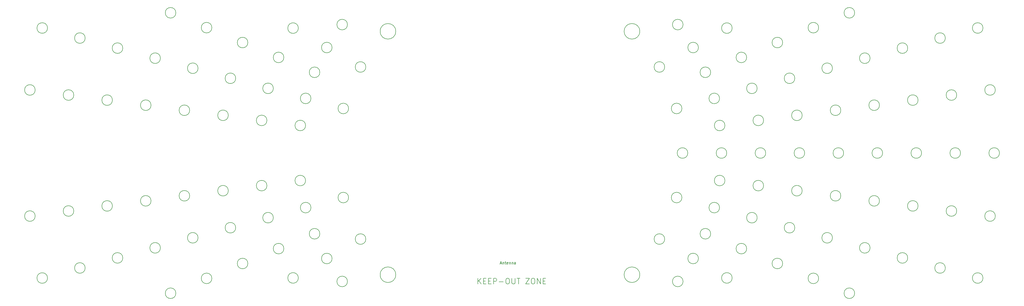
<source format=gbr>
%TF.GenerationSoftware,KiCad,Pcbnew,7.0.8*%
%TF.CreationDate,2023-11-15T16:38:26+01:00*%
%TF.ProjectId,main_board_new-3.2,6d61696e-5f62-46f6-9172-645f6e65772d,rev?*%
%TF.SameCoordinates,Original*%
%TF.FileFunction,Other,Comment*%
%FSLAX46Y46*%
G04 Gerber Fmt 4.6, Leading zero omitted, Abs format (unit mm)*
G04 Created by KiCad (PCBNEW 7.0.8) date 2023-11-15 16:38:26*
%MOMM*%
%LPD*%
G01*
G04 APERTURE LIST*
%ADD10C,0.150000*%
G04 APERTURE END LIST*
D10*
X213492142Y-272145438D02*
X213492142Y-270145438D01*
X214634999Y-272145438D02*
X213777856Y-271002580D01*
X214634999Y-270145438D02*
X213492142Y-271288295D01*
X215492142Y-271097819D02*
X216158809Y-271097819D01*
X216444523Y-272145438D02*
X215492142Y-272145438D01*
X215492142Y-272145438D02*
X215492142Y-270145438D01*
X215492142Y-270145438D02*
X216444523Y-270145438D01*
X217301666Y-271097819D02*
X217968333Y-271097819D01*
X218254047Y-272145438D02*
X217301666Y-272145438D01*
X217301666Y-272145438D02*
X217301666Y-270145438D01*
X217301666Y-270145438D02*
X218254047Y-270145438D01*
X219111190Y-272145438D02*
X219111190Y-270145438D01*
X219111190Y-270145438D02*
X219873095Y-270145438D01*
X219873095Y-270145438D02*
X220063571Y-270240676D01*
X220063571Y-270240676D02*
X220158809Y-270335914D01*
X220158809Y-270335914D02*
X220254047Y-270526390D01*
X220254047Y-270526390D02*
X220254047Y-270812104D01*
X220254047Y-270812104D02*
X220158809Y-271002580D01*
X220158809Y-271002580D02*
X220063571Y-271097819D01*
X220063571Y-271097819D02*
X219873095Y-271193057D01*
X219873095Y-271193057D02*
X219111190Y-271193057D01*
X221111190Y-271383533D02*
X222635000Y-271383533D01*
X223968332Y-270145438D02*
X224349285Y-270145438D01*
X224349285Y-270145438D02*
X224539761Y-270240676D01*
X224539761Y-270240676D02*
X224730237Y-270431152D01*
X224730237Y-270431152D02*
X224825475Y-270812104D01*
X224825475Y-270812104D02*
X224825475Y-271478771D01*
X224825475Y-271478771D02*
X224730237Y-271859723D01*
X224730237Y-271859723D02*
X224539761Y-272050200D01*
X224539761Y-272050200D02*
X224349285Y-272145438D01*
X224349285Y-272145438D02*
X223968332Y-272145438D01*
X223968332Y-272145438D02*
X223777856Y-272050200D01*
X223777856Y-272050200D02*
X223587380Y-271859723D01*
X223587380Y-271859723D02*
X223492142Y-271478771D01*
X223492142Y-271478771D02*
X223492142Y-270812104D01*
X223492142Y-270812104D02*
X223587380Y-270431152D01*
X223587380Y-270431152D02*
X223777856Y-270240676D01*
X223777856Y-270240676D02*
X223968332Y-270145438D01*
X225682618Y-270145438D02*
X225682618Y-271764485D01*
X225682618Y-271764485D02*
X225777856Y-271954961D01*
X225777856Y-271954961D02*
X225873094Y-272050200D01*
X225873094Y-272050200D02*
X226063570Y-272145438D01*
X226063570Y-272145438D02*
X226444523Y-272145438D01*
X226444523Y-272145438D02*
X226634999Y-272050200D01*
X226634999Y-272050200D02*
X226730237Y-271954961D01*
X226730237Y-271954961D02*
X226825475Y-271764485D01*
X226825475Y-271764485D02*
X226825475Y-270145438D01*
X227492142Y-270145438D02*
X228634999Y-270145438D01*
X228063570Y-272145438D02*
X228063570Y-270145438D01*
X230635000Y-270145438D02*
X231968333Y-270145438D01*
X231968333Y-270145438D02*
X230635000Y-272145438D01*
X230635000Y-272145438D02*
X231968333Y-272145438D01*
X233111190Y-270145438D02*
X233492143Y-270145438D01*
X233492143Y-270145438D02*
X233682619Y-270240676D01*
X233682619Y-270240676D02*
X233873095Y-270431152D01*
X233873095Y-270431152D02*
X233968333Y-270812104D01*
X233968333Y-270812104D02*
X233968333Y-271478771D01*
X233968333Y-271478771D02*
X233873095Y-271859723D01*
X233873095Y-271859723D02*
X233682619Y-272050200D01*
X233682619Y-272050200D02*
X233492143Y-272145438D01*
X233492143Y-272145438D02*
X233111190Y-272145438D01*
X233111190Y-272145438D02*
X232920714Y-272050200D01*
X232920714Y-272050200D02*
X232730238Y-271859723D01*
X232730238Y-271859723D02*
X232635000Y-271478771D01*
X232635000Y-271478771D02*
X232635000Y-270812104D01*
X232635000Y-270812104D02*
X232730238Y-270431152D01*
X232730238Y-270431152D02*
X232920714Y-270240676D01*
X232920714Y-270240676D02*
X233111190Y-270145438D01*
X234825476Y-272145438D02*
X234825476Y-270145438D01*
X234825476Y-270145438D02*
X235968333Y-272145438D01*
X235968333Y-272145438D02*
X235968333Y-270145438D01*
X236920714Y-271097819D02*
X237587381Y-271097819D01*
X237873095Y-272145438D02*
X236920714Y-272145438D01*
X236920714Y-272145438D02*
X236920714Y-270145438D01*
X236920714Y-270145438D02*
X237873095Y-270145438D01*
X221551095Y-264779104D02*
X222027285Y-264779104D01*
X221455857Y-265064819D02*
X221789190Y-264064819D01*
X221789190Y-264064819D02*
X222122523Y-265064819D01*
X222455857Y-264398152D02*
X222455857Y-265064819D01*
X222455857Y-264493390D02*
X222503476Y-264445771D01*
X222503476Y-264445771D02*
X222598714Y-264398152D01*
X222598714Y-264398152D02*
X222741571Y-264398152D01*
X222741571Y-264398152D02*
X222836809Y-264445771D01*
X222836809Y-264445771D02*
X222884428Y-264541009D01*
X222884428Y-264541009D02*
X222884428Y-265064819D01*
X223217762Y-264398152D02*
X223598714Y-264398152D01*
X223360619Y-264064819D02*
X223360619Y-264921961D01*
X223360619Y-264921961D02*
X223408238Y-265017200D01*
X223408238Y-265017200D02*
X223503476Y-265064819D01*
X223503476Y-265064819D02*
X223598714Y-265064819D01*
X224313000Y-265017200D02*
X224217762Y-265064819D01*
X224217762Y-265064819D02*
X224027286Y-265064819D01*
X224027286Y-265064819D02*
X223932048Y-265017200D01*
X223932048Y-265017200D02*
X223884429Y-264921961D01*
X223884429Y-264921961D02*
X223884429Y-264541009D01*
X223884429Y-264541009D02*
X223932048Y-264445771D01*
X223932048Y-264445771D02*
X224027286Y-264398152D01*
X224027286Y-264398152D02*
X224217762Y-264398152D01*
X224217762Y-264398152D02*
X224313000Y-264445771D01*
X224313000Y-264445771D02*
X224360619Y-264541009D01*
X224360619Y-264541009D02*
X224360619Y-264636247D01*
X224360619Y-264636247D02*
X223884429Y-264731485D01*
X224789191Y-264398152D02*
X224789191Y-265064819D01*
X224789191Y-264493390D02*
X224836810Y-264445771D01*
X224836810Y-264445771D02*
X224932048Y-264398152D01*
X224932048Y-264398152D02*
X225074905Y-264398152D01*
X225074905Y-264398152D02*
X225170143Y-264445771D01*
X225170143Y-264445771D02*
X225217762Y-264541009D01*
X225217762Y-264541009D02*
X225217762Y-265064819D01*
X225693953Y-264398152D02*
X225693953Y-265064819D01*
X225693953Y-264493390D02*
X225741572Y-264445771D01*
X225741572Y-264445771D02*
X225836810Y-264398152D01*
X225836810Y-264398152D02*
X225979667Y-264398152D01*
X225979667Y-264398152D02*
X226074905Y-264445771D01*
X226074905Y-264445771D02*
X226122524Y-264541009D01*
X226122524Y-264541009D02*
X226122524Y-265064819D01*
X227027286Y-265064819D02*
X227027286Y-264541009D01*
X227027286Y-264541009D02*
X226979667Y-264445771D01*
X226979667Y-264445771D02*
X226884429Y-264398152D01*
X226884429Y-264398152D02*
X226693953Y-264398152D01*
X226693953Y-264398152D02*
X226598715Y-264445771D01*
X227027286Y-265017200D02*
X226932048Y-265064819D01*
X226932048Y-265064819D02*
X226693953Y-265064819D01*
X226693953Y-265064819D02*
X226598715Y-265017200D01*
X226598715Y-265017200D02*
X226551096Y-264921961D01*
X226551096Y-264921961D02*
X226551096Y-264826723D01*
X226551096Y-264826723D02*
X226598715Y-264731485D01*
X226598715Y-264731485D02*
X226693953Y-264683866D01*
X226693953Y-264683866D02*
X226932048Y-264683866D01*
X226932048Y-264683866D02*
X227027286Y-264636247D01*
%TO.C,H1*%
X340879248Y-255540647D02*
G75*
G03*
X340879248Y-255540647I-1900000J0D01*
G01*
%TO.C,H60*%
X271640620Y-268840620D02*
G75*
G03*
X271640620Y-268840620I-2800000J0D01*
G01*
%TO.C,H1*%
X316130038Y-236747357D02*
G75*
G03*
X316130038Y-236747357I-1900000J0D01*
G01*
X99397791Y-190835886D02*
G75*
G03*
X99397791Y-190835886I-1900000J0D01*
G01*
X330010266Y-211425276D02*
G75*
G03*
X330010266Y-211425276I-1900000J0D01*
G01*
X58828906Y-179965486D02*
G75*
G03*
X58828906Y-179965486I-1900000J0D01*
G01*
X82149050Y-244056824D02*
G75*
G03*
X82149050Y-244056824I-1900000J0D01*
G01*
X148957714Y-180000000D02*
G75*
G03*
X148957714Y-180000000I-1900000J0D01*
G01*
X348852098Y-275514213D02*
G75*
G03*
X348852098Y-275514213I-1900000J0D01*
G01*
%TO.C,H60*%
X271640620Y-181159380D02*
G75*
G03*
X271640620Y-181159380I-2800000J0D01*
G01*
%TO.C,H1*%
X126443714Y-198082819D02*
G75*
G03*
X126443714Y-198082819I-1900000J0D01*
G01*
X399411406Y-247711557D02*
G75*
G03*
X399411406Y-247711557I-1900000J0D01*
G01*
X130816529Y-264799077D02*
G75*
G03*
X130816529Y-264799077I-1900000J0D01*
G01*
X173206425Y-256000000D02*
G75*
G03*
X173206425Y-256000000I-1900000J0D01*
G01*
X357770722Y-242229457D02*
G75*
G03*
X357770722Y-242229457I-1900000J0D01*
G01*
X335917785Y-179843355D02*
G75*
G03*
X335917785Y-179843355I-1900000J0D01*
G01*
X143750842Y-190558491D02*
G75*
G03*
X143750842Y-190558491I-1900000J0D01*
G01*
X123789734Y-238574724D02*
G75*
G03*
X123789734Y-238574724I-1900000J0D01*
G01*
%TO.C,H60*%
X183959380Y-268840620D02*
G75*
G03*
X183959380Y-268840620I-2800000J0D01*
G01*
%TO.C,H1*%
X156685156Y-195916059D02*
G75*
G03*
X156685156Y-195916059I-1900000J0D01*
G01*
X68268822Y-204115809D02*
G75*
G03*
X68268822Y-204115809I-1900000J0D01*
G01*
X386900000Y-225000000D02*
G75*
G03*
X386900000Y-225000000I-1900000J0D01*
G01*
X161082069Y-187000000D02*
G75*
G03*
X161082069Y-187000000I-1900000J0D01*
G01*
X304842286Y-270000000D02*
G75*
G03*
X304842286Y-270000000I-1900000J0D01*
G01*
X286787401Y-208953219D02*
G75*
G03*
X286787401Y-208953219I-1900000J0D01*
G01*
X130816529Y-185200923D02*
G75*
G03*
X130816529Y-185200923I-1900000J0D01*
G01*
X367925171Y-187212419D02*
G75*
G03*
X367925171Y-187212419I-1900000J0D01*
G01*
X358900000Y-225000000D02*
G75*
G03*
X358900000Y-225000000I-1900000J0D01*
G01*
X156685156Y-254083941D02*
G75*
G03*
X156685156Y-254083941I-1900000J0D01*
G01*
X85874829Y-187212419D02*
G75*
G03*
X85874829Y-187212419I-1900000J0D01*
G01*
X385531178Y-245884191D02*
G75*
G03*
X385531178Y-245884191I-1900000J0D01*
G01*
X372900000Y-225000000D02*
G75*
G03*
X372900000Y-225000000I-1900000J0D01*
G01*
X394971094Y-270034514D02*
G75*
G03*
X394971094Y-270034514I-1900000J0D01*
G01*
X167012599Y-208953219D02*
G75*
G03*
X167012599Y-208953219I-1900000J0D01*
G01*
X330010266Y-238574724D02*
G75*
G03*
X330010266Y-238574724I-1900000J0D01*
G01*
X354402209Y-259164114D02*
G75*
G03*
X354402209Y-259164114I-1900000J0D01*
G01*
X302249809Y-215080009D02*
G75*
G03*
X302249809Y-215080009I-1900000J0D01*
G01*
X126443714Y-251917181D02*
G75*
G03*
X126443714Y-251917181I-1900000J0D01*
G01*
X123789734Y-211425276D02*
G75*
G03*
X123789734Y-211425276I-1900000J0D01*
G01*
X104947902Y-174485787D02*
G75*
G03*
X104947902Y-174485787I-1900000J0D01*
G01*
X117882215Y-270156645D02*
G75*
G03*
X117882215Y-270156645I-1900000J0D01*
G01*
X302900000Y-225000000D02*
G75*
G03*
X302900000Y-225000000I-1900000J0D01*
G01*
X400900000Y-225000000D02*
G75*
G03*
X400900000Y-225000000I-1900000J0D01*
G01*
X310049158Y-259441509D02*
G75*
G03*
X310049158Y-259441509I-1900000J0D01*
G01*
X161082069Y-263000000D02*
G75*
G03*
X161082069Y-263000000I-1900000J0D01*
G01*
X367925171Y-262787581D02*
G75*
G03*
X367925171Y-262787581I-1900000J0D01*
G01*
X297114844Y-254083941D02*
G75*
G03*
X297114844Y-254083941I-1900000J0D01*
G01*
X371650950Y-244056824D02*
G75*
G03*
X371650950Y-244056824I-1900000J0D01*
G01*
X151550191Y-215080009D02*
G75*
G03*
X151550191Y-215080009I-1900000J0D01*
G01*
X286787401Y-241046781D02*
G75*
G03*
X286787401Y-241046781I-1900000J0D01*
G01*
X139966676Y-248293714D02*
G75*
G03*
X139966676Y-248293714I-1900000J0D01*
G01*
X300310363Y-244670247D02*
G75*
G03*
X300310363Y-244670247I-1900000J0D01*
G01*
X313833324Y-248293714D02*
G75*
G03*
X313833324Y-248293714I-1900000J0D01*
G01*
X167012599Y-241046781D02*
G75*
G03*
X167012599Y-241046781I-1900000J0D01*
G01*
X117882215Y-179843355D02*
G75*
G03*
X117882215Y-179843355I-1900000J0D01*
G01*
X143750842Y-259441509D02*
G75*
G03*
X143750842Y-259441509I-1900000J0D01*
G01*
X99397791Y-259164114D02*
G75*
G03*
X99397791Y-259164114I-1900000J0D01*
G01*
X54388594Y-202288443D02*
G75*
G03*
X54388594Y-202288443I-1900000J0D01*
G01*
X316130038Y-213252643D02*
G75*
G03*
X316130038Y-213252643I-1900000J0D01*
G01*
X343890494Y-209597909D02*
G75*
G03*
X343890494Y-209597909I-1900000J0D01*
G01*
X54388594Y-247711557D02*
G75*
G03*
X54388594Y-247711557I-1900000J0D01*
G01*
X72351868Y-266411047D02*
G75*
G03*
X72351868Y-266411047I-1900000J0D01*
G01*
X287194854Y-271265869D02*
G75*
G03*
X287194854Y-271265869I-1900000J0D01*
G01*
X166605146Y-271265869D02*
G75*
G03*
X166605146Y-271265869I-1900000J0D01*
G01*
X310049158Y-190558491D02*
G75*
G03*
X310049158Y-190558491I-1900000J0D01*
G01*
X82149050Y-205943176D02*
G75*
G03*
X82149050Y-205943176I-1900000J0D01*
G01*
X137669962Y-236747357D02*
G75*
G03*
X137669962Y-236747357I-1900000J0D01*
G01*
X109909506Y-209597909D02*
G75*
G03*
X109909506Y-209597909I-1900000J0D01*
G01*
X343890494Y-240402091D02*
G75*
G03*
X343890494Y-240402091I-1900000J0D01*
G01*
X381448132Y-183588953D02*
G75*
G03*
X381448132Y-183588953I-1900000J0D01*
G01*
X322983471Y-264799077D02*
G75*
G03*
X322983471Y-264799077I-1900000J0D01*
G01*
X85874829Y-262787581D02*
G75*
G03*
X85874829Y-262787581I-1900000J0D01*
G01*
X112920752Y-255540647D02*
G75*
G03*
X112920752Y-255540647I-1900000J0D01*
G01*
X292717931Y-263000000D02*
G75*
G03*
X292717931Y-263000000I-1900000J0D01*
G01*
X139966676Y-201706286D02*
G75*
G03*
X139966676Y-201706286I-1900000J0D01*
G01*
X151550191Y-234919991D02*
G75*
G03*
X151550191Y-234919991I-1900000J0D01*
G01*
X153489637Y-244670247D02*
G75*
G03*
X153489637Y-244670247I-1900000J0D01*
G01*
X58828906Y-270034514D02*
G75*
G03*
X58828906Y-270034514I-1900000J0D01*
G01*
X316900000Y-225000000D02*
G75*
G03*
X316900000Y-225000000I-1900000J0D01*
G01*
X96029278Y-242229457D02*
G75*
G03*
X96029278Y-242229457I-1900000J0D01*
G01*
X327356286Y-198082819D02*
G75*
G03*
X327356286Y-198082819I-1900000J0D01*
G01*
X357770722Y-207770543D02*
G75*
G03*
X357770722Y-207770543I-1900000J0D01*
G01*
X280593575Y-194000000D02*
G75*
G03*
X280593575Y-194000000I-1900000J0D01*
G01*
X292717931Y-187000000D02*
G75*
G03*
X292717931Y-187000000I-1900000J0D01*
G01*
X348852098Y-174485787D02*
G75*
G03*
X348852098Y-174485787I-1900000J0D01*
G01*
X385531178Y-204115809D02*
G75*
G03*
X385531178Y-204115809I-1900000J0D01*
G01*
X68268822Y-245884191D02*
G75*
G03*
X68268822Y-245884191I-1900000J0D01*
G01*
X302249809Y-234919991D02*
G75*
G03*
X302249809Y-234919991I-1900000J0D01*
G01*
X112920752Y-194459353D02*
G75*
G03*
X112920752Y-194459353I-1900000J0D01*
G01*
X371650950Y-205943176D02*
G75*
G03*
X371650950Y-205943176I-1900000J0D01*
G01*
X166605146Y-178734131D02*
G75*
G03*
X166605146Y-178734131I-1900000J0D01*
G01*
X394971094Y-179965486D02*
G75*
G03*
X394971094Y-179965486I-1900000J0D01*
G01*
X399411406Y-202288443D02*
G75*
G03*
X399411406Y-202288443I-1900000J0D01*
G01*
X173206425Y-194000000D02*
G75*
G03*
X173206425Y-194000000I-1900000J0D01*
G01*
X148957714Y-270000000D02*
G75*
G03*
X148957714Y-270000000I-1900000J0D01*
G01*
%TO.C,H60*%
X183959380Y-181159380D02*
G75*
G03*
X183959380Y-181159380I-2800000J0D01*
G01*
%TO.C,H1*%
X297114844Y-195916059D02*
G75*
G03*
X297114844Y-195916059I-1900000J0D01*
G01*
X304842286Y-180000000D02*
G75*
G03*
X304842286Y-180000000I-1900000J0D01*
G01*
X354402209Y-190835886D02*
G75*
G03*
X354402209Y-190835886I-1900000J0D01*
G01*
X137669962Y-213252643D02*
G75*
G03*
X137669962Y-213252643I-1900000J0D01*
G01*
X381448132Y-266411047D02*
G75*
G03*
X381448132Y-266411047I-1900000J0D01*
G01*
X322983471Y-185200923D02*
G75*
G03*
X322983471Y-185200923I-1900000J0D01*
G01*
X335917785Y-270156645D02*
G75*
G03*
X335917785Y-270156645I-1900000J0D01*
G01*
X300310363Y-205329753D02*
G75*
G03*
X300310363Y-205329753I-1900000J0D01*
G01*
X96029278Y-207770543D02*
G75*
G03*
X96029278Y-207770543I-1900000J0D01*
G01*
X109909506Y-240402091D02*
G75*
G03*
X109909506Y-240402091I-1900000J0D01*
G01*
X313833324Y-201706286D02*
G75*
G03*
X313833324Y-201706286I-1900000J0D01*
G01*
X327356286Y-251917181D02*
G75*
G03*
X327356286Y-251917181I-1900000J0D01*
G01*
X72351868Y-183588953D02*
G75*
G03*
X72351868Y-183588953I-1900000J0D01*
G01*
X330900000Y-225000000D02*
G75*
G03*
X330900000Y-225000000I-1900000J0D01*
G01*
X340879248Y-194459353D02*
G75*
G03*
X340879248Y-194459353I-1900000J0D01*
G01*
X280593575Y-256000000D02*
G75*
G03*
X280593575Y-256000000I-1900000J0D01*
G01*
X104947902Y-275514213D02*
G75*
G03*
X104947902Y-275514213I-1900000J0D01*
G01*
X288900000Y-225000000D02*
G75*
G03*
X288900000Y-225000000I-1900000J0D01*
G01*
X153489637Y-205329753D02*
G75*
G03*
X153489637Y-205329753I-1900000J0D01*
G01*
X287194854Y-178734131D02*
G75*
G03*
X287194854Y-178734131I-1900000J0D01*
G01*
X344900000Y-225000000D02*
G75*
G03*
X344900000Y-225000000I-1900000J0D01*
G01*
%TD*%
M02*

</source>
